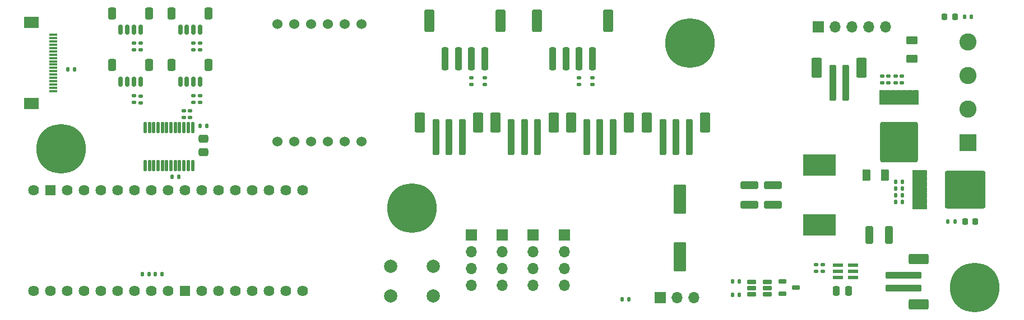
<source format=gbr>
%TF.GenerationSoftware,KiCad,Pcbnew,7.0.1-0*%
%TF.CreationDate,2023-09-22T11:11:22-04:00*%
%TF.ProjectId,Segway V7,53656777-6179-4205-9637-2e6b69636164,V1*%
%TF.SameCoordinates,Original*%
%TF.FileFunction,Soldermask,Top*%
%TF.FilePolarity,Negative*%
%FSLAX46Y46*%
G04 Gerber Fmt 4.6, Leading zero omitted, Abs format (unit mm)*
G04 Created by KiCad (PCBNEW 7.0.1-0) date 2023-09-22 11:11:22*
%MOMM*%
%LPD*%
G01*
G04 APERTURE LIST*
G04 Aperture macros list*
%AMRoundRect*
0 Rectangle with rounded corners*
0 $1 Rounding radius*
0 $2 $3 $4 $5 $6 $7 $8 $9 X,Y pos of 4 corners*
0 Add a 4 corners polygon primitive as box body*
4,1,4,$2,$3,$4,$5,$6,$7,$8,$9,$2,$3,0*
0 Add four circle primitives for the rounded corners*
1,1,$1+$1,$2,$3*
1,1,$1+$1,$4,$5*
1,1,$1+$1,$6,$7*
1,1,$1+$1,$8,$9*
0 Add four rect primitives between the rounded corners*
20,1,$1+$1,$2,$3,$4,$5,0*
20,1,$1+$1,$4,$5,$6,$7,0*
20,1,$1+$1,$6,$7,$8,$9,0*
20,1,$1+$1,$8,$9,$2,$3,0*%
G04 Aperture macros list end*
%ADD10R,2.600000X2.600000*%
%ADD11C,2.600000*%
%ADD12RoundRect,0.150000X-0.150000X-0.625000X0.150000X-0.625000X0.150000X0.625000X-0.150000X0.625000X0*%
%ADD13RoundRect,0.250000X-0.350000X-0.650000X0.350000X-0.650000X0.350000X0.650000X-0.350000X0.650000X0*%
%ADD14RoundRect,0.135000X-0.185000X0.135000X-0.185000X-0.135000X0.185000X-0.135000X0.185000X0.135000X0*%
%ADD15C,7.500000*%
%ADD16RoundRect,0.048800X-0.541200X-0.256200X0.541200X-0.256200X0.541200X0.256200X-0.541200X0.256200X0*%
%ADD17R,1.700000X1.700000*%
%ADD18O,1.700000X1.700000*%
%ADD19RoundRect,0.250000X-0.625000X0.375000X-0.625000X-0.375000X0.625000X-0.375000X0.625000X0.375000X0*%
%ADD20RoundRect,0.250000X0.250000X1.500000X-0.250000X1.500000X-0.250000X-1.500000X0.250000X-1.500000X0*%
%ADD21RoundRect,0.250001X0.499999X1.449999X-0.499999X1.449999X-0.499999X-1.449999X0.499999X-1.449999X0*%
%ADD22RoundRect,0.135000X0.185000X-0.135000X0.185000X0.135000X-0.185000X0.135000X-0.185000X-0.135000X0*%
%ADD23RoundRect,0.020500X-0.184500X0.764500X-0.184500X-0.764500X0.184500X-0.764500X0.184500X0.764500X0*%
%ADD24RoundRect,0.135000X0.135000X0.185000X-0.135000X0.185000X-0.135000X-0.185000X0.135000X-0.185000X0*%
%ADD25RoundRect,0.041300X0.683700X0.253700X-0.683700X0.253700X-0.683700X-0.253700X0.683700X-0.253700X0*%
%ADD26RoundRect,0.135000X-0.135000X-0.185000X0.135000X-0.185000X0.135000X0.185000X-0.135000X0.185000X0*%
%ADD27C,1.625600*%
%ADD28RoundRect,0.025400X0.736600X-0.736600X0.736600X0.736600X-0.736600X0.736600X-0.736600X-0.736600X0*%
%ADD29RoundRect,0.250000X-2.500000X0.250000X-2.500000X-0.250000X2.500000X-0.250000X2.500000X0.250000X0*%
%ADD30RoundRect,0.250000X-1.250000X0.550000X-1.250000X-0.550000X1.250000X-0.550000X1.250000X0.550000X0*%
%ADD31RoundRect,0.250000X-0.325000X-1.100000X0.325000X-1.100000X0.325000X1.100000X-0.325000X1.100000X0*%
%ADD32RoundRect,0.218750X-0.218750X-0.256250X0.218750X-0.256250X0.218750X0.256250X-0.218750X0.256250X0*%
%ADD33RoundRect,0.250000X0.475000X-0.337500X0.475000X0.337500X-0.475000X0.337500X-0.475000X-0.337500X0*%
%ADD34RoundRect,0.250000X-0.250000X-2.500000X0.250000X-2.500000X0.250000X2.500000X-0.250000X2.500000X0*%
%ADD35RoundRect,0.250000X-0.550000X-1.250000X0.550000X-1.250000X0.550000X1.250000X-0.550000X1.250000X0*%
%ADD36RoundRect,0.218750X0.218750X0.256250X-0.218750X0.256250X-0.218750X-0.256250X0.218750X-0.256250X0*%
%ADD37RoundRect,0.250000X-0.700000X1.950000X-0.700000X-1.950000X0.700000X-1.950000X0.700000X1.950000X0*%
%ADD38R,4.950000X3.175000*%
%ADD39RoundRect,0.250000X0.250000X0.475000X-0.250000X0.475000X-0.250000X-0.475000X0.250000X-0.475000X0*%
%ADD40C,2.000000*%
%ADD41C,1.524000*%
%ADD42RoundRect,0.250000X-1.100000X0.325000X-1.100000X-0.325000X1.100000X-0.325000X1.100000X0.325000X0*%
%ADD43RoundRect,0.114400X-1.027600X-0.297600X1.027600X-0.297600X1.027600X0.297600X-1.027600X0.297600X0*%
%ADD44RoundRect,0.266100X-2.790900X-2.570900X2.790900X-2.570900X2.790900X2.570900X-2.790900X2.570900X0*%
%ADD45RoundRect,0.250000X0.375000X0.625000X-0.375000X0.625000X-0.375000X-0.625000X0.375000X-0.625000X0*%
%ADD46RoundRect,0.090000X-0.585000X-0.210000X0.585000X-0.210000X0.585000X0.210000X-0.585000X0.210000X0*%
%ADD47RoundRect,0.114400X-0.297600X1.027600X-0.297600X-1.027600X0.297600X-1.027600X0.297600X1.027600X0*%
%ADD48RoundRect,0.266100X-2.570900X2.790900X-2.570900X-2.790900X2.570900X-2.790900X2.570900X2.790900X0*%
%ADD49R,1.300000X0.300000*%
%ADD50R,2.200000X1.800000*%
G04 APERTURE END LIST*
D10*
%TO.C,J10*%
X246000000Y-116080000D03*
D11*
X246000000Y-111000000D03*
X246000000Y-105920000D03*
X246000000Y-100840000D03*
%TD*%
D12*
%TO.C,i2c1*%
X118000000Y-99000000D03*
X119000000Y-99000000D03*
X120000000Y-99000000D03*
X121000000Y-99000000D03*
D13*
X116700000Y-96475000D03*
X122300000Y-96475000D03*
%TD*%
D14*
%TO.C,RSD2*%
X129000000Y-100990000D03*
X129000000Y-102010000D03*
%TD*%
D15*
%TO.C,REF\u002A\u002A*%
X109000000Y-117000000D03*
%TD*%
D16*
%TO.C,Q2*%
X217975000Y-137085000D03*
X217975000Y-138915000D03*
X220025000Y-138000000D03*
%TD*%
D17*
%TO.C,J2*%
X199500000Y-139500000D03*
D18*
X202040000Y-139500000D03*
X204580000Y-139500000D03*
%TD*%
D19*
%TO.C,F2*%
X237500000Y-100600000D03*
X237500000Y-103400000D03*
%TD*%
D20*
%TO.C,E2*%
X189250000Y-103350000D03*
X187250000Y-103350000D03*
X185250000Y-103350000D03*
X183250000Y-103350000D03*
D21*
X191600000Y-97600000D03*
X180900000Y-97600000D03*
%TD*%
D22*
%TO.C,R2*%
X171000000Y-107250000D03*
X171000000Y-106230000D03*
%TD*%
D23*
%TO.C,U2*%
X128850000Y-113760000D03*
X128200000Y-113760000D03*
X127550000Y-113760000D03*
X126900000Y-113760000D03*
X126250000Y-113760000D03*
X125600000Y-113760000D03*
X124950000Y-113760000D03*
X124300000Y-113760000D03*
X123650000Y-113760000D03*
X123000000Y-113760000D03*
X122350000Y-113760000D03*
X121700000Y-113760000D03*
X121700000Y-119500000D03*
X122350000Y-119500000D03*
X123000000Y-119500000D03*
X123650000Y-119500000D03*
X124300000Y-119500000D03*
X124950000Y-119500000D03*
X125600000Y-119500000D03*
X126250000Y-119500000D03*
X126900000Y-119500000D03*
X127550000Y-119500000D03*
X128200000Y-119500000D03*
X128850000Y-119500000D03*
%TD*%
D24*
%TO.C,RSE1*%
X236050000Y-125000000D03*
X235030000Y-125000000D03*
%TD*%
D14*
%TO.C,R_I2C_PULLUP1*%
X127500000Y-111250000D03*
X127500000Y-112270000D03*
%TD*%
%TO.C,RSD1*%
X120000000Y-108980000D03*
X120000000Y-110000000D03*
%TD*%
D25*
%TO.C,U3*%
X228655000Y-136507500D03*
X228655000Y-135557500D03*
X228655000Y-134607500D03*
X226345000Y-134607500D03*
X226345000Y-135557500D03*
X226345000Y-136507500D03*
%TD*%
D24*
%TO.C,RCs1*%
X236060000Y-124000000D03*
X235040000Y-124000000D03*
%TD*%
D26*
%TO.C,R_ZVD_2*%
X210455000Y-137085000D03*
X211475000Y-137085000D03*
%TD*%
D22*
%TO.C,RSE2*%
X233040000Y-107020000D03*
X233040000Y-106000000D03*
%TD*%
D14*
%TO.C,RSC1*%
X121000000Y-109000000D03*
X121000000Y-110020000D03*
%TD*%
D26*
%TO.C,R_LED1*%
X193730000Y-139750000D03*
X194750000Y-139750000D03*
%TD*%
D27*
%TO.C,U1*%
X104880000Y-138500000D03*
X107420000Y-138500000D03*
X109960000Y-138500000D03*
X112500000Y-138500000D03*
X115040000Y-138500000D03*
X117580000Y-138500000D03*
X120120000Y-138500000D03*
X122660000Y-138500000D03*
X125200000Y-138500000D03*
D28*
X127740000Y-138500000D03*
D27*
X130280000Y-138500000D03*
X132820000Y-138500000D03*
X135360000Y-138500000D03*
X137900000Y-138500000D03*
X140440000Y-138500000D03*
X142980000Y-138500000D03*
X145520000Y-138500000D03*
X145520000Y-123260000D03*
X142980000Y-123260000D03*
X140440000Y-123260000D03*
X137900000Y-123260000D03*
X135360000Y-123260000D03*
X132820000Y-123260000D03*
X130280000Y-123260000D03*
X127740000Y-123260000D03*
X125200000Y-123260000D03*
X122660000Y-123260000D03*
X120120000Y-123260000D03*
X117580000Y-123260000D03*
X115040000Y-123260000D03*
X112500000Y-123260000D03*
X109960000Y-123260000D03*
D28*
X107420000Y-123260000D03*
D27*
X104880000Y-123260000D03*
%TD*%
D17*
%TO.C,J8*%
X223420000Y-98500000D03*
D18*
X225960000Y-98500000D03*
X228500000Y-98500000D03*
X231040000Y-98500000D03*
X233580000Y-98500000D03*
%TD*%
D17*
%TO.C,J3*%
X171000000Y-130000000D03*
D18*
X171000000Y-132540000D03*
X171000000Y-135080000D03*
X171000000Y-137620000D03*
%TD*%
D17*
%TO.C,J7*%
X185000000Y-130000000D03*
D18*
X185000000Y-132540000D03*
X185000000Y-135080000D03*
X185000000Y-137620000D03*
%TD*%
D24*
%TO.C,RBAT2*%
X122260000Y-136000000D03*
X121240000Y-136000000D03*
%TD*%
D29*
%TO.C,POWER SWITCH*%
X236250000Y-136100000D03*
X236250000Y-138100000D03*
D30*
X238500000Y-133700000D03*
X238500000Y-140500000D03*
%TD*%
D31*
%TO.C,Cin1*%
X231065000Y-130007500D03*
X234015000Y-130007500D03*
%TD*%
D32*
%TO.C,D1*%
X242425000Y-97000000D03*
X244000000Y-97000000D03*
%TD*%
D33*
%TO.C,C_i2C1*%
X130500000Y-117537500D03*
X130500000Y-115462500D03*
%TD*%
D34*
%TO.C,MOTOR SWITCH*%
X225540000Y-107000000D03*
X227540000Y-107000000D03*
D35*
X223140000Y-104750000D03*
X229940000Y-104750000D03*
%TD*%
D36*
%TO.C,D2*%
X247115000Y-128000000D03*
X245540000Y-128000000D03*
%TD*%
D22*
%TO.C,RCs2*%
X234000000Y-107000000D03*
X234000000Y-105980000D03*
%TD*%
D14*
%TO.C,Rfbb1*%
X224040000Y-134500000D03*
X224040000Y-135520000D03*
%TD*%
D12*
%TO.C,i2c4*%
X127000000Y-106825000D03*
X128000000Y-106825000D03*
X129000000Y-106825000D03*
X130000000Y-106825000D03*
D13*
X125700000Y-104300000D03*
X131300000Y-104300000D03*
%TD*%
D17*
%TO.C,J4*%
X175650000Y-130000000D03*
D18*
X175650000Y-132540000D03*
X175650000Y-135080000D03*
X175650000Y-137620000D03*
%TD*%
D37*
%TO.C,C_LED1*%
X202500000Y-124650000D03*
X202500000Y-133350000D03*
%TD*%
D14*
%TO.C,RSC0*%
X121000000Y-101000000D03*
X121000000Y-102020000D03*
%TD*%
D26*
%TO.C,R7*%
X129980000Y-113500000D03*
X131000000Y-113500000D03*
%TD*%
D22*
%TO.C,Rfbt1*%
X223000000Y-135510000D03*
X223000000Y-134490000D03*
%TD*%
D24*
%TO.C,R_PWR2*%
X236080000Y-122000000D03*
X235060000Y-122000000D03*
%TD*%
D14*
%TO.C,R_MTR1*%
X236000000Y-106000000D03*
X236000000Y-107020000D03*
%TD*%
%TO.C,RSC3*%
X130000000Y-108980000D03*
X130000000Y-110000000D03*
%TD*%
D38*
%TO.C,L1*%
X223540000Y-128507500D03*
X223540000Y-119492500D03*
%TD*%
D15*
%TO.C,REF\u002A\u002A*%
X204000000Y-101000000D03*
%TD*%
D12*
%TO.C,i2c2*%
X118000000Y-106825000D03*
X119000000Y-106825000D03*
X120000000Y-106825000D03*
X121000000Y-106825000D03*
D13*
X116700000Y-104300000D03*
X122300000Y-104300000D03*
%TD*%
D39*
%TO.C,Cbst1*%
X227950000Y-138500000D03*
X226050000Y-138500000D03*
%TD*%
D24*
%TO.C,RBAT1*%
X124260000Y-136000000D03*
X123240000Y-136000000D03*
%TD*%
D22*
%TO.C,R1*%
X173000000Y-107260000D03*
X173000000Y-106240000D03*
%TD*%
D40*
%TO.C,SW3*%
X158750000Y-134750000D03*
X165250000Y-134750000D03*
X158750000Y-139250000D03*
X165250000Y-139250000D03*
%TD*%
D26*
%TO.C,R_PWR1*%
X235040000Y-123000000D03*
X236060000Y-123000000D03*
%TD*%
D24*
%TO.C,R_ZVD_1*%
X211475000Y-139085000D03*
X210455000Y-139085000D03*
%TD*%
D14*
%TO.C,RSD3*%
X129000000Y-108990000D03*
X129000000Y-110010000D03*
%TD*%
D22*
%TO.C,R_MTR2*%
X235040000Y-107000000D03*
X235040000Y-105980000D03*
%TD*%
D12*
%TO.C,i2c3*%
X127000000Y-99000000D03*
X128000000Y-99000000D03*
X129000000Y-99000000D03*
X130000000Y-99000000D03*
D13*
X125700000Y-96475000D03*
X131300000Y-96475000D03*
%TD*%
D34*
%TO.C,POT3*%
X188400000Y-115250000D03*
X190400000Y-115250000D03*
X192400000Y-115250000D03*
D35*
X186000000Y-113000000D03*
X194800000Y-113000000D03*
%TD*%
D24*
%TO.C,R_MOTOR1*%
X246500000Y-97000000D03*
X245480000Y-97000000D03*
%TD*%
D41*
%TO.C,A1*%
X141650000Y-115890000D03*
X144190000Y-115890000D03*
X146730000Y-115890000D03*
X149270000Y-115890000D03*
X151810000Y-115890000D03*
X154350000Y-115890000D03*
X141650000Y-98110000D03*
X144190000Y-98110000D03*
X146730000Y-98110000D03*
X149270000Y-98110000D03*
X151810000Y-98110000D03*
X154350000Y-98110000D03*
%TD*%
D22*
%TO.C,R3*%
X189250000Y-107250000D03*
X189250000Y-106230000D03*
%TD*%
D17*
%TO.C,J5*%
X180300000Y-130000000D03*
D18*
X180300000Y-132540000D03*
X180300000Y-135080000D03*
X180300000Y-137620000D03*
%TD*%
D34*
%TO.C,POT4*%
X199900000Y-115250000D03*
X201900000Y-115250000D03*
X203900000Y-115250000D03*
D35*
X197500000Y-113000000D03*
X206300000Y-113000000D03*
%TD*%
D15*
%TO.C,REF\u002A\u002A*%
X162000000Y-126000000D03*
%TD*%
D42*
%TO.C,Cout2*%
X213000000Y-122500000D03*
X213000000Y-125450000D03*
%TD*%
D14*
%TO.C,RSD0*%
X120000000Y-100980000D03*
X120000000Y-102000000D03*
%TD*%
D43*
%TO.C,U5*%
X238730000Y-120600000D03*
X238730000Y-121450000D03*
X238730000Y-122300000D03*
X238730000Y-123150000D03*
X238730000Y-124000000D03*
X238730000Y-124850000D03*
X238730000Y-125700000D03*
D44*
X245540000Y-123150000D03*
%TD*%
D45*
%TO.C,F1*%
X233440000Y-121000000D03*
X230640000Y-121000000D03*
%TD*%
D34*
%TO.C,POT2*%
X177000000Y-115250000D03*
X179000000Y-115250000D03*
X181000000Y-115250000D03*
D35*
X174600000Y-113000000D03*
X183400000Y-113000000D03*
%TD*%
D22*
%TO.C,R8*%
X128500000Y-112260000D03*
X128500000Y-111240000D03*
%TD*%
D24*
%TO.C,R_PWR_LED1*%
X244000000Y-128000000D03*
X242980000Y-128000000D03*
%TD*%
D20*
%TO.C,E1*%
X173000000Y-103350000D03*
X171000000Y-103350000D03*
X169000000Y-103350000D03*
X167000000Y-103350000D03*
D21*
X175350000Y-97600000D03*
X164650000Y-97600000D03*
%TD*%
D24*
%TO.C,R9*%
X126760000Y-121250000D03*
X125740000Y-121250000D03*
%TD*%
D46*
%TO.C,Q1*%
X213290000Y-137135000D03*
X213290000Y-138085000D03*
X213290000Y-139035000D03*
X215660000Y-139035000D03*
X215660000Y-138085000D03*
X215660000Y-137135000D03*
%TD*%
D15*
%TO.C,REF\u002A\u002A*%
X247000000Y-138000000D03*
%TD*%
D14*
%TO.C,RSC2*%
X130000000Y-100990000D03*
X130000000Y-102010000D03*
%TD*%
D24*
%TO.C,R_TFT1*%
X111000000Y-105000000D03*
X109980000Y-105000000D03*
%TD*%
D22*
%TO.C,R4*%
X187250000Y-107250000D03*
X187250000Y-106230000D03*
%TD*%
D47*
%TO.C,U6*%
X238090000Y-109190000D03*
X237240000Y-109190000D03*
X236390000Y-109190000D03*
X235540000Y-109190000D03*
X234690000Y-109190000D03*
X233840000Y-109190000D03*
X232990000Y-109190000D03*
D48*
X235540000Y-116000000D03*
%TD*%
D49*
%TO.C,U4*%
X107800000Y-99750000D03*
X107800000Y-100250000D03*
X107800000Y-100750000D03*
X107800000Y-101250000D03*
X107800000Y-101750000D03*
X107800000Y-102250000D03*
X107800000Y-102750000D03*
X107800000Y-103250000D03*
X107800000Y-103750000D03*
X107800000Y-104250000D03*
X107800000Y-104750000D03*
X107800000Y-105250000D03*
X107800000Y-105750000D03*
X107800000Y-106250000D03*
X107800000Y-106750000D03*
X107800000Y-107250000D03*
X107800000Y-107750000D03*
X107800000Y-108250000D03*
D50*
X104550000Y-97850000D03*
X104550000Y-110150000D03*
%TD*%
D34*
%TO.C,POT1*%
X165600000Y-115250000D03*
X167600000Y-115250000D03*
X169600000Y-115250000D03*
D35*
X163200000Y-113000000D03*
X172000000Y-113000000D03*
%TD*%
D42*
%TO.C,Cout1*%
X216500000Y-122500000D03*
X216500000Y-125450000D03*
%TD*%
M02*

</source>
